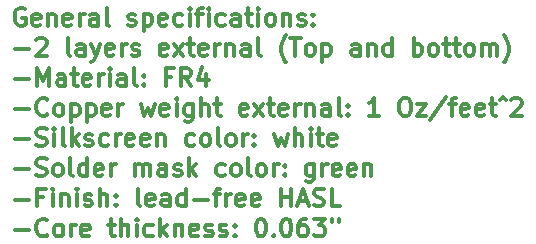
<source format=gbr>
G04 #@! TF.GenerationSoftware,KiCad,Pcbnew,no-vcs-found-895c0bb~58~ubuntu16.04.1*
G04 #@! TF.CreationDate,2017-07-19T10:40:22-04:00*
G04 #@! TF.ProjectId,Noeud,4E6F6575642E6B696361645F70636200,rev?*
G04 #@! TF.SameCoordinates,Original
G04 #@! TF.FileFunction,Other,Comment*
%FSLAX46Y46*%
G04 Gerber Fmt 4.6, Leading zero omitted, Abs format (unit mm)*
G04 Created by KiCad (PCBNEW no-vcs-found-895c0bb~58~ubuntu16.04.1) date Wed Jul 19 10:40:22 2017*
%MOMM*%
%LPD*%
G01*
G04 APERTURE LIST*
%ADD10C,0.300000*%
G04 APERTURE END LIST*
D10*
X198060857Y-82908000D02*
X197918000Y-82836571D01*
X197703714Y-82836571D01*
X197489428Y-82908000D01*
X197346571Y-83050857D01*
X197275142Y-83193714D01*
X197203714Y-83479428D01*
X197203714Y-83693714D01*
X197275142Y-83979428D01*
X197346571Y-84122285D01*
X197489428Y-84265142D01*
X197703714Y-84336571D01*
X197846571Y-84336571D01*
X198060857Y-84265142D01*
X198132285Y-84193714D01*
X198132285Y-83693714D01*
X197846571Y-83693714D01*
X199346571Y-84265142D02*
X199203714Y-84336571D01*
X198918000Y-84336571D01*
X198775142Y-84265142D01*
X198703714Y-84122285D01*
X198703714Y-83550857D01*
X198775142Y-83408000D01*
X198918000Y-83336571D01*
X199203714Y-83336571D01*
X199346571Y-83408000D01*
X199418000Y-83550857D01*
X199418000Y-83693714D01*
X198703714Y-83836571D01*
X200060857Y-83336571D02*
X200060857Y-84336571D01*
X200060857Y-83479428D02*
X200132285Y-83408000D01*
X200275142Y-83336571D01*
X200489428Y-83336571D01*
X200632285Y-83408000D01*
X200703714Y-83550857D01*
X200703714Y-84336571D01*
X201989428Y-84265142D02*
X201846571Y-84336571D01*
X201560857Y-84336571D01*
X201418000Y-84265142D01*
X201346571Y-84122285D01*
X201346571Y-83550857D01*
X201418000Y-83408000D01*
X201560857Y-83336571D01*
X201846571Y-83336571D01*
X201989428Y-83408000D01*
X202060857Y-83550857D01*
X202060857Y-83693714D01*
X201346571Y-83836571D01*
X202703714Y-84336571D02*
X202703714Y-83336571D01*
X202703714Y-83622285D02*
X202775142Y-83479428D01*
X202846571Y-83408000D01*
X202989428Y-83336571D01*
X203132285Y-83336571D01*
X204275142Y-84336571D02*
X204275142Y-83550857D01*
X204203714Y-83408000D01*
X204060857Y-83336571D01*
X203775142Y-83336571D01*
X203632285Y-83408000D01*
X204275142Y-84265142D02*
X204132285Y-84336571D01*
X203775142Y-84336571D01*
X203632285Y-84265142D01*
X203560857Y-84122285D01*
X203560857Y-83979428D01*
X203632285Y-83836571D01*
X203775142Y-83765142D01*
X204132285Y-83765142D01*
X204275142Y-83693714D01*
X205203714Y-84336571D02*
X205060857Y-84265142D01*
X204989428Y-84122285D01*
X204989428Y-82836571D01*
X206846571Y-84265142D02*
X206989428Y-84336571D01*
X207275142Y-84336571D01*
X207418000Y-84265142D01*
X207489428Y-84122285D01*
X207489428Y-84050857D01*
X207418000Y-83908000D01*
X207275142Y-83836571D01*
X207060857Y-83836571D01*
X206918000Y-83765142D01*
X206846571Y-83622285D01*
X206846571Y-83550857D01*
X206918000Y-83408000D01*
X207060857Y-83336571D01*
X207275142Y-83336571D01*
X207418000Y-83408000D01*
X208132285Y-83336571D02*
X208132285Y-84836571D01*
X208132285Y-83408000D02*
X208275142Y-83336571D01*
X208560857Y-83336571D01*
X208703714Y-83408000D01*
X208775142Y-83479428D01*
X208846571Y-83622285D01*
X208846571Y-84050857D01*
X208775142Y-84193714D01*
X208703714Y-84265142D01*
X208560857Y-84336571D01*
X208275142Y-84336571D01*
X208132285Y-84265142D01*
X210060857Y-84265142D02*
X209918000Y-84336571D01*
X209632285Y-84336571D01*
X209489428Y-84265142D01*
X209418000Y-84122285D01*
X209418000Y-83550857D01*
X209489428Y-83408000D01*
X209632285Y-83336571D01*
X209918000Y-83336571D01*
X210060857Y-83408000D01*
X210132285Y-83550857D01*
X210132285Y-83693714D01*
X209418000Y-83836571D01*
X211418000Y-84265142D02*
X211275142Y-84336571D01*
X210989428Y-84336571D01*
X210846571Y-84265142D01*
X210775142Y-84193714D01*
X210703714Y-84050857D01*
X210703714Y-83622285D01*
X210775142Y-83479428D01*
X210846571Y-83408000D01*
X210989428Y-83336571D01*
X211275142Y-83336571D01*
X211418000Y-83408000D01*
X212060857Y-84336571D02*
X212060857Y-83336571D01*
X212060857Y-82836571D02*
X211989428Y-82908000D01*
X212060857Y-82979428D01*
X212132285Y-82908000D01*
X212060857Y-82836571D01*
X212060857Y-82979428D01*
X212560857Y-83336571D02*
X213132285Y-83336571D01*
X212775142Y-84336571D02*
X212775142Y-83050857D01*
X212846571Y-82908000D01*
X212989428Y-82836571D01*
X213132285Y-82836571D01*
X213632285Y-84336571D02*
X213632285Y-83336571D01*
X213632285Y-82836571D02*
X213560857Y-82908000D01*
X213632285Y-82979428D01*
X213703714Y-82908000D01*
X213632285Y-82836571D01*
X213632285Y-82979428D01*
X214989428Y-84265142D02*
X214846571Y-84336571D01*
X214560857Y-84336571D01*
X214418000Y-84265142D01*
X214346571Y-84193714D01*
X214275142Y-84050857D01*
X214275142Y-83622285D01*
X214346571Y-83479428D01*
X214418000Y-83408000D01*
X214560857Y-83336571D01*
X214846571Y-83336571D01*
X214989428Y-83408000D01*
X216275142Y-84336571D02*
X216275142Y-83550857D01*
X216203714Y-83408000D01*
X216060857Y-83336571D01*
X215775142Y-83336571D01*
X215632285Y-83408000D01*
X216275142Y-84265142D02*
X216132285Y-84336571D01*
X215775142Y-84336571D01*
X215632285Y-84265142D01*
X215560857Y-84122285D01*
X215560857Y-83979428D01*
X215632285Y-83836571D01*
X215775142Y-83765142D01*
X216132285Y-83765142D01*
X216275142Y-83693714D01*
X216775142Y-83336571D02*
X217346571Y-83336571D01*
X216989428Y-82836571D02*
X216989428Y-84122285D01*
X217060857Y-84265142D01*
X217203714Y-84336571D01*
X217346571Y-84336571D01*
X217846571Y-84336571D02*
X217846571Y-83336571D01*
X217846571Y-82836571D02*
X217775142Y-82908000D01*
X217846571Y-82979428D01*
X217918000Y-82908000D01*
X217846571Y-82836571D01*
X217846571Y-82979428D01*
X218775142Y-84336571D02*
X218632285Y-84265142D01*
X218560857Y-84193714D01*
X218489428Y-84050857D01*
X218489428Y-83622285D01*
X218560857Y-83479428D01*
X218632285Y-83408000D01*
X218775142Y-83336571D01*
X218989428Y-83336571D01*
X219132285Y-83408000D01*
X219203714Y-83479428D01*
X219275142Y-83622285D01*
X219275142Y-84050857D01*
X219203714Y-84193714D01*
X219132285Y-84265142D01*
X218989428Y-84336571D01*
X218775142Y-84336571D01*
X219918000Y-83336571D02*
X219918000Y-84336571D01*
X219918000Y-83479428D02*
X219989428Y-83408000D01*
X220132285Y-83336571D01*
X220346571Y-83336571D01*
X220489428Y-83408000D01*
X220560857Y-83550857D01*
X220560857Y-84336571D01*
X221203714Y-84265142D02*
X221346571Y-84336571D01*
X221632285Y-84336571D01*
X221775142Y-84265142D01*
X221846571Y-84122285D01*
X221846571Y-84050857D01*
X221775142Y-83908000D01*
X221632285Y-83836571D01*
X221418000Y-83836571D01*
X221275142Y-83765142D01*
X221203714Y-83622285D01*
X221203714Y-83550857D01*
X221275142Y-83408000D01*
X221418000Y-83336571D01*
X221632285Y-83336571D01*
X221775142Y-83408000D01*
X222489428Y-84193714D02*
X222560857Y-84265142D01*
X222489428Y-84336571D01*
X222418000Y-84265142D01*
X222489428Y-84193714D01*
X222489428Y-84336571D01*
X222489428Y-83408000D02*
X222560857Y-83479428D01*
X222489428Y-83550857D01*
X222418000Y-83479428D01*
X222489428Y-83408000D01*
X222489428Y-83550857D01*
X197275142Y-86315142D02*
X198418000Y-86315142D01*
X199060857Y-85529428D02*
X199132285Y-85458000D01*
X199275142Y-85386571D01*
X199632285Y-85386571D01*
X199775142Y-85458000D01*
X199846571Y-85529428D01*
X199918000Y-85672285D01*
X199918000Y-85815142D01*
X199846571Y-86029428D01*
X198989428Y-86886571D01*
X199918000Y-86886571D01*
X201918000Y-86886571D02*
X201775142Y-86815142D01*
X201703714Y-86672285D01*
X201703714Y-85386571D01*
X203132285Y-86886571D02*
X203132285Y-86100857D01*
X203060857Y-85958000D01*
X202918000Y-85886571D01*
X202632285Y-85886571D01*
X202489428Y-85958000D01*
X203132285Y-86815142D02*
X202989428Y-86886571D01*
X202632285Y-86886571D01*
X202489428Y-86815142D01*
X202418000Y-86672285D01*
X202418000Y-86529428D01*
X202489428Y-86386571D01*
X202632285Y-86315142D01*
X202989428Y-86315142D01*
X203132285Y-86243714D01*
X203703714Y-85886571D02*
X204060857Y-86886571D01*
X204418000Y-85886571D02*
X204060857Y-86886571D01*
X203918000Y-87243714D01*
X203846571Y-87315142D01*
X203703714Y-87386571D01*
X205560857Y-86815142D02*
X205418000Y-86886571D01*
X205132285Y-86886571D01*
X204989428Y-86815142D01*
X204918000Y-86672285D01*
X204918000Y-86100857D01*
X204989428Y-85958000D01*
X205132285Y-85886571D01*
X205418000Y-85886571D01*
X205560857Y-85958000D01*
X205632285Y-86100857D01*
X205632285Y-86243714D01*
X204918000Y-86386571D01*
X206275142Y-86886571D02*
X206275142Y-85886571D01*
X206275142Y-86172285D02*
X206346571Y-86029428D01*
X206418000Y-85958000D01*
X206560857Y-85886571D01*
X206703714Y-85886571D01*
X207132285Y-86815142D02*
X207275142Y-86886571D01*
X207560857Y-86886571D01*
X207703714Y-86815142D01*
X207775142Y-86672285D01*
X207775142Y-86600857D01*
X207703714Y-86458000D01*
X207560857Y-86386571D01*
X207346571Y-86386571D01*
X207203714Y-86315142D01*
X207132285Y-86172285D01*
X207132285Y-86100857D01*
X207203714Y-85958000D01*
X207346571Y-85886571D01*
X207560857Y-85886571D01*
X207703714Y-85958000D01*
X210132285Y-86815142D02*
X209989428Y-86886571D01*
X209703714Y-86886571D01*
X209560857Y-86815142D01*
X209489428Y-86672285D01*
X209489428Y-86100857D01*
X209560857Y-85958000D01*
X209703714Y-85886571D01*
X209989428Y-85886571D01*
X210132285Y-85958000D01*
X210203714Y-86100857D01*
X210203714Y-86243714D01*
X209489428Y-86386571D01*
X210703714Y-86886571D02*
X211489428Y-85886571D01*
X210703714Y-85886571D02*
X211489428Y-86886571D01*
X211846571Y-85886571D02*
X212418000Y-85886571D01*
X212060857Y-85386571D02*
X212060857Y-86672285D01*
X212132285Y-86815142D01*
X212275142Y-86886571D01*
X212418000Y-86886571D01*
X213489428Y-86815142D02*
X213346571Y-86886571D01*
X213060857Y-86886571D01*
X212918000Y-86815142D01*
X212846571Y-86672285D01*
X212846571Y-86100857D01*
X212918000Y-85958000D01*
X213060857Y-85886571D01*
X213346571Y-85886571D01*
X213489428Y-85958000D01*
X213560857Y-86100857D01*
X213560857Y-86243714D01*
X212846571Y-86386571D01*
X214203714Y-86886571D02*
X214203714Y-85886571D01*
X214203714Y-86172285D02*
X214275142Y-86029428D01*
X214346571Y-85958000D01*
X214489428Y-85886571D01*
X214632285Y-85886571D01*
X215132285Y-85886571D02*
X215132285Y-86886571D01*
X215132285Y-86029428D02*
X215203714Y-85958000D01*
X215346571Y-85886571D01*
X215560857Y-85886571D01*
X215703714Y-85958000D01*
X215775142Y-86100857D01*
X215775142Y-86886571D01*
X217132285Y-86886571D02*
X217132285Y-86100857D01*
X217060857Y-85958000D01*
X216918000Y-85886571D01*
X216632285Y-85886571D01*
X216489428Y-85958000D01*
X217132285Y-86815142D02*
X216989428Y-86886571D01*
X216632285Y-86886571D01*
X216489428Y-86815142D01*
X216418000Y-86672285D01*
X216418000Y-86529428D01*
X216489428Y-86386571D01*
X216632285Y-86315142D01*
X216989428Y-86315142D01*
X217132285Y-86243714D01*
X218060857Y-86886571D02*
X217918000Y-86815142D01*
X217846571Y-86672285D01*
X217846571Y-85386571D01*
X220203714Y-87458000D02*
X220132285Y-87386571D01*
X219989428Y-87172285D01*
X219918000Y-87029428D01*
X219846571Y-86815142D01*
X219775142Y-86458000D01*
X219775142Y-86172285D01*
X219846571Y-85815142D01*
X219918000Y-85600857D01*
X219989428Y-85458000D01*
X220132285Y-85243714D01*
X220203714Y-85172285D01*
X220560857Y-85386571D02*
X221418000Y-85386571D01*
X220989428Y-86886571D02*
X220989428Y-85386571D01*
X222132285Y-86886571D02*
X221989428Y-86815142D01*
X221918000Y-86743714D01*
X221846571Y-86600857D01*
X221846571Y-86172285D01*
X221918000Y-86029428D01*
X221989428Y-85958000D01*
X222132285Y-85886571D01*
X222346571Y-85886571D01*
X222489428Y-85958000D01*
X222560857Y-86029428D01*
X222632285Y-86172285D01*
X222632285Y-86600857D01*
X222560857Y-86743714D01*
X222489428Y-86815142D01*
X222346571Y-86886571D01*
X222132285Y-86886571D01*
X223275142Y-85886571D02*
X223275142Y-87386571D01*
X223275142Y-85958000D02*
X223418000Y-85886571D01*
X223703714Y-85886571D01*
X223846571Y-85958000D01*
X223918000Y-86029428D01*
X223989428Y-86172285D01*
X223989428Y-86600857D01*
X223918000Y-86743714D01*
X223846571Y-86815142D01*
X223703714Y-86886571D01*
X223418000Y-86886571D01*
X223275142Y-86815142D01*
X226418000Y-86886571D02*
X226418000Y-86100857D01*
X226346571Y-85958000D01*
X226203714Y-85886571D01*
X225918000Y-85886571D01*
X225775142Y-85958000D01*
X226418000Y-86815142D02*
X226275142Y-86886571D01*
X225918000Y-86886571D01*
X225775142Y-86815142D01*
X225703714Y-86672285D01*
X225703714Y-86529428D01*
X225775142Y-86386571D01*
X225918000Y-86315142D01*
X226275142Y-86315142D01*
X226418000Y-86243714D01*
X227132285Y-85886571D02*
X227132285Y-86886571D01*
X227132285Y-86029428D02*
X227203714Y-85958000D01*
X227346571Y-85886571D01*
X227560857Y-85886571D01*
X227703714Y-85958000D01*
X227775142Y-86100857D01*
X227775142Y-86886571D01*
X229132285Y-86886571D02*
X229132285Y-85386571D01*
X229132285Y-86815142D02*
X228989428Y-86886571D01*
X228703714Y-86886571D01*
X228560857Y-86815142D01*
X228489428Y-86743714D01*
X228418000Y-86600857D01*
X228418000Y-86172285D01*
X228489428Y-86029428D01*
X228560857Y-85958000D01*
X228703714Y-85886571D01*
X228989428Y-85886571D01*
X229132285Y-85958000D01*
X230989428Y-86886571D02*
X230989428Y-85386571D01*
X230989428Y-85958000D02*
X231132285Y-85886571D01*
X231418000Y-85886571D01*
X231560857Y-85958000D01*
X231632285Y-86029428D01*
X231703714Y-86172285D01*
X231703714Y-86600857D01*
X231632285Y-86743714D01*
X231560857Y-86815142D01*
X231418000Y-86886571D01*
X231132285Y-86886571D01*
X230989428Y-86815142D01*
X232560857Y-86886571D02*
X232418000Y-86815142D01*
X232346571Y-86743714D01*
X232275142Y-86600857D01*
X232275142Y-86172285D01*
X232346571Y-86029428D01*
X232418000Y-85958000D01*
X232560857Y-85886571D01*
X232775142Y-85886571D01*
X232918000Y-85958000D01*
X232989428Y-86029428D01*
X233060857Y-86172285D01*
X233060857Y-86600857D01*
X232989428Y-86743714D01*
X232918000Y-86815142D01*
X232775142Y-86886571D01*
X232560857Y-86886571D01*
X233489428Y-85886571D02*
X234060857Y-85886571D01*
X233703714Y-85386571D02*
X233703714Y-86672285D01*
X233775142Y-86815142D01*
X233918000Y-86886571D01*
X234060857Y-86886571D01*
X234346571Y-85886571D02*
X234918000Y-85886571D01*
X234560857Y-85386571D02*
X234560857Y-86672285D01*
X234632285Y-86815142D01*
X234775142Y-86886571D01*
X234918000Y-86886571D01*
X235632285Y-86886571D02*
X235489428Y-86815142D01*
X235418000Y-86743714D01*
X235346571Y-86600857D01*
X235346571Y-86172285D01*
X235418000Y-86029428D01*
X235489428Y-85958000D01*
X235632285Y-85886571D01*
X235846571Y-85886571D01*
X235989428Y-85958000D01*
X236060857Y-86029428D01*
X236132285Y-86172285D01*
X236132285Y-86600857D01*
X236060857Y-86743714D01*
X235989428Y-86815142D01*
X235846571Y-86886571D01*
X235632285Y-86886571D01*
X236775142Y-86886571D02*
X236775142Y-85886571D01*
X236775142Y-86029428D02*
X236846571Y-85958000D01*
X236989428Y-85886571D01*
X237203714Y-85886571D01*
X237346571Y-85958000D01*
X237418000Y-86100857D01*
X237418000Y-86886571D01*
X237418000Y-86100857D02*
X237489428Y-85958000D01*
X237632285Y-85886571D01*
X237846571Y-85886571D01*
X237989428Y-85958000D01*
X238060857Y-86100857D01*
X238060857Y-86886571D01*
X238632285Y-87458000D02*
X238703714Y-87386571D01*
X238846571Y-87172285D01*
X238918000Y-87029428D01*
X238989428Y-86815142D01*
X239060857Y-86458000D01*
X239060857Y-86172285D01*
X238989428Y-85815142D01*
X238918000Y-85600857D01*
X238846571Y-85458000D01*
X238703714Y-85243714D01*
X238632285Y-85172285D01*
X197275142Y-88865142D02*
X198418000Y-88865142D01*
X199132285Y-89436571D02*
X199132285Y-87936571D01*
X199632285Y-89008000D01*
X200132285Y-87936571D01*
X200132285Y-89436571D01*
X201489428Y-89436571D02*
X201489428Y-88650857D01*
X201418000Y-88508000D01*
X201275142Y-88436571D01*
X200989428Y-88436571D01*
X200846571Y-88508000D01*
X201489428Y-89365142D02*
X201346571Y-89436571D01*
X200989428Y-89436571D01*
X200846571Y-89365142D01*
X200775142Y-89222285D01*
X200775142Y-89079428D01*
X200846571Y-88936571D01*
X200989428Y-88865142D01*
X201346571Y-88865142D01*
X201489428Y-88793714D01*
X201989428Y-88436571D02*
X202560857Y-88436571D01*
X202203714Y-87936571D02*
X202203714Y-89222285D01*
X202275142Y-89365142D01*
X202418000Y-89436571D01*
X202560857Y-89436571D01*
X203632285Y-89365142D02*
X203489428Y-89436571D01*
X203203714Y-89436571D01*
X203060857Y-89365142D01*
X202989428Y-89222285D01*
X202989428Y-88650857D01*
X203060857Y-88508000D01*
X203203714Y-88436571D01*
X203489428Y-88436571D01*
X203632285Y-88508000D01*
X203703714Y-88650857D01*
X203703714Y-88793714D01*
X202989428Y-88936571D01*
X204346571Y-89436571D02*
X204346571Y-88436571D01*
X204346571Y-88722285D02*
X204418000Y-88579428D01*
X204489428Y-88508000D01*
X204632285Y-88436571D01*
X204775142Y-88436571D01*
X205275142Y-89436571D02*
X205275142Y-88436571D01*
X205275142Y-87936571D02*
X205203714Y-88008000D01*
X205275142Y-88079428D01*
X205346571Y-88008000D01*
X205275142Y-87936571D01*
X205275142Y-88079428D01*
X206632285Y-89436571D02*
X206632285Y-88650857D01*
X206560857Y-88508000D01*
X206418000Y-88436571D01*
X206132285Y-88436571D01*
X205989428Y-88508000D01*
X206632285Y-89365142D02*
X206489428Y-89436571D01*
X206132285Y-89436571D01*
X205989428Y-89365142D01*
X205918000Y-89222285D01*
X205918000Y-89079428D01*
X205989428Y-88936571D01*
X206132285Y-88865142D01*
X206489428Y-88865142D01*
X206632285Y-88793714D01*
X207560857Y-89436571D02*
X207418000Y-89365142D01*
X207346571Y-89222285D01*
X207346571Y-87936571D01*
X208132285Y-89293714D02*
X208203714Y-89365142D01*
X208132285Y-89436571D01*
X208060857Y-89365142D01*
X208132285Y-89293714D01*
X208132285Y-89436571D01*
X208132285Y-88508000D02*
X208203714Y-88579428D01*
X208132285Y-88650857D01*
X208060857Y-88579428D01*
X208132285Y-88508000D01*
X208132285Y-88650857D01*
X210489428Y-88650857D02*
X209989428Y-88650857D01*
X209989428Y-89436571D02*
X209989428Y-87936571D01*
X210703714Y-87936571D01*
X212132285Y-89436571D02*
X211632285Y-88722285D01*
X211275142Y-89436571D02*
X211275142Y-87936571D01*
X211846571Y-87936571D01*
X211989428Y-88008000D01*
X212060857Y-88079428D01*
X212132285Y-88222285D01*
X212132285Y-88436571D01*
X212060857Y-88579428D01*
X211989428Y-88650857D01*
X211846571Y-88722285D01*
X211275142Y-88722285D01*
X213418000Y-88436571D02*
X213418000Y-89436571D01*
X213060857Y-87865142D02*
X212703714Y-88936571D01*
X213632285Y-88936571D01*
X197275142Y-91415142D02*
X198418000Y-91415142D01*
X199989428Y-91843714D02*
X199918000Y-91915142D01*
X199703714Y-91986571D01*
X199560857Y-91986571D01*
X199346571Y-91915142D01*
X199203714Y-91772285D01*
X199132285Y-91629428D01*
X199060857Y-91343714D01*
X199060857Y-91129428D01*
X199132285Y-90843714D01*
X199203714Y-90700857D01*
X199346571Y-90558000D01*
X199560857Y-90486571D01*
X199703714Y-90486571D01*
X199918000Y-90558000D01*
X199989428Y-90629428D01*
X200846571Y-91986571D02*
X200703714Y-91915142D01*
X200632285Y-91843714D01*
X200560857Y-91700857D01*
X200560857Y-91272285D01*
X200632285Y-91129428D01*
X200703714Y-91058000D01*
X200846571Y-90986571D01*
X201060857Y-90986571D01*
X201203714Y-91058000D01*
X201275142Y-91129428D01*
X201346571Y-91272285D01*
X201346571Y-91700857D01*
X201275142Y-91843714D01*
X201203714Y-91915142D01*
X201060857Y-91986571D01*
X200846571Y-91986571D01*
X201989428Y-90986571D02*
X201989428Y-92486571D01*
X201989428Y-91058000D02*
X202132285Y-90986571D01*
X202418000Y-90986571D01*
X202560857Y-91058000D01*
X202632285Y-91129428D01*
X202703714Y-91272285D01*
X202703714Y-91700857D01*
X202632285Y-91843714D01*
X202560857Y-91915142D01*
X202418000Y-91986571D01*
X202132285Y-91986571D01*
X201989428Y-91915142D01*
X203346571Y-90986571D02*
X203346571Y-92486571D01*
X203346571Y-91058000D02*
X203489428Y-90986571D01*
X203775142Y-90986571D01*
X203918000Y-91058000D01*
X203989428Y-91129428D01*
X204060857Y-91272285D01*
X204060857Y-91700857D01*
X203989428Y-91843714D01*
X203918000Y-91915142D01*
X203775142Y-91986571D01*
X203489428Y-91986571D01*
X203346571Y-91915142D01*
X205275142Y-91915142D02*
X205132285Y-91986571D01*
X204846571Y-91986571D01*
X204703714Y-91915142D01*
X204632285Y-91772285D01*
X204632285Y-91200857D01*
X204703714Y-91058000D01*
X204846571Y-90986571D01*
X205132285Y-90986571D01*
X205275142Y-91058000D01*
X205346571Y-91200857D01*
X205346571Y-91343714D01*
X204632285Y-91486571D01*
X205989428Y-91986571D02*
X205989428Y-90986571D01*
X205989428Y-91272285D02*
X206060857Y-91129428D01*
X206132285Y-91058000D01*
X206275142Y-90986571D01*
X206418000Y-90986571D01*
X207918000Y-90986571D02*
X208203714Y-91986571D01*
X208489428Y-91272285D01*
X208775142Y-91986571D01*
X209060857Y-90986571D01*
X210203714Y-91915142D02*
X210060857Y-91986571D01*
X209775142Y-91986571D01*
X209632285Y-91915142D01*
X209560857Y-91772285D01*
X209560857Y-91200857D01*
X209632285Y-91058000D01*
X209775142Y-90986571D01*
X210060857Y-90986571D01*
X210203714Y-91058000D01*
X210275142Y-91200857D01*
X210275142Y-91343714D01*
X209560857Y-91486571D01*
X210918000Y-91986571D02*
X210918000Y-90986571D01*
X210918000Y-90486571D02*
X210846571Y-90558000D01*
X210918000Y-90629428D01*
X210989428Y-90558000D01*
X210918000Y-90486571D01*
X210918000Y-90629428D01*
X212275142Y-90986571D02*
X212275142Y-92200857D01*
X212203714Y-92343714D01*
X212132285Y-92415142D01*
X211989428Y-92486571D01*
X211775142Y-92486571D01*
X211632285Y-92415142D01*
X212275142Y-91915142D02*
X212132285Y-91986571D01*
X211846571Y-91986571D01*
X211703714Y-91915142D01*
X211632285Y-91843714D01*
X211560857Y-91700857D01*
X211560857Y-91272285D01*
X211632285Y-91129428D01*
X211703714Y-91058000D01*
X211846571Y-90986571D01*
X212132285Y-90986571D01*
X212275142Y-91058000D01*
X212989428Y-91986571D02*
X212989428Y-90486571D01*
X213632285Y-91986571D02*
X213632285Y-91200857D01*
X213560857Y-91058000D01*
X213418000Y-90986571D01*
X213203714Y-90986571D01*
X213060857Y-91058000D01*
X212989428Y-91129428D01*
X214132285Y-90986571D02*
X214703714Y-90986571D01*
X214346571Y-90486571D02*
X214346571Y-91772285D01*
X214418000Y-91915142D01*
X214560857Y-91986571D01*
X214703714Y-91986571D01*
X216918000Y-91915142D02*
X216775142Y-91986571D01*
X216489428Y-91986571D01*
X216346571Y-91915142D01*
X216275142Y-91772285D01*
X216275142Y-91200857D01*
X216346571Y-91058000D01*
X216489428Y-90986571D01*
X216775142Y-90986571D01*
X216918000Y-91058000D01*
X216989428Y-91200857D01*
X216989428Y-91343714D01*
X216275142Y-91486571D01*
X217489428Y-91986571D02*
X218275142Y-90986571D01*
X217489428Y-90986571D02*
X218275142Y-91986571D01*
X218632285Y-90986571D02*
X219203714Y-90986571D01*
X218846571Y-90486571D02*
X218846571Y-91772285D01*
X218918000Y-91915142D01*
X219060857Y-91986571D01*
X219203714Y-91986571D01*
X220275142Y-91915142D02*
X220132285Y-91986571D01*
X219846571Y-91986571D01*
X219703714Y-91915142D01*
X219632285Y-91772285D01*
X219632285Y-91200857D01*
X219703714Y-91058000D01*
X219846571Y-90986571D01*
X220132285Y-90986571D01*
X220275142Y-91058000D01*
X220346571Y-91200857D01*
X220346571Y-91343714D01*
X219632285Y-91486571D01*
X220989428Y-91986571D02*
X220989428Y-90986571D01*
X220989428Y-91272285D02*
X221060857Y-91129428D01*
X221132285Y-91058000D01*
X221275142Y-90986571D01*
X221418000Y-90986571D01*
X221918000Y-90986571D02*
X221918000Y-91986571D01*
X221918000Y-91129428D02*
X221989428Y-91058000D01*
X222132285Y-90986571D01*
X222346571Y-90986571D01*
X222489428Y-91058000D01*
X222560857Y-91200857D01*
X222560857Y-91986571D01*
X223918000Y-91986571D02*
X223918000Y-91200857D01*
X223846571Y-91058000D01*
X223703714Y-90986571D01*
X223418000Y-90986571D01*
X223275142Y-91058000D01*
X223918000Y-91915142D02*
X223775142Y-91986571D01*
X223418000Y-91986571D01*
X223275142Y-91915142D01*
X223203714Y-91772285D01*
X223203714Y-91629428D01*
X223275142Y-91486571D01*
X223418000Y-91415142D01*
X223775142Y-91415142D01*
X223918000Y-91343714D01*
X224846571Y-91986571D02*
X224703714Y-91915142D01*
X224632285Y-91772285D01*
X224632285Y-90486571D01*
X225418000Y-91843714D02*
X225489428Y-91915142D01*
X225418000Y-91986571D01*
X225346571Y-91915142D01*
X225418000Y-91843714D01*
X225418000Y-91986571D01*
X225418000Y-91058000D02*
X225489428Y-91129428D01*
X225418000Y-91200857D01*
X225346571Y-91129428D01*
X225418000Y-91058000D01*
X225418000Y-91200857D01*
X228060857Y-91986571D02*
X227203714Y-91986571D01*
X227632285Y-91986571D02*
X227632285Y-90486571D01*
X227489428Y-90700857D01*
X227346571Y-90843714D01*
X227203714Y-90915142D01*
X230132285Y-90486571D02*
X230418000Y-90486571D01*
X230560857Y-90558000D01*
X230703714Y-90700857D01*
X230775142Y-90986571D01*
X230775142Y-91486571D01*
X230703714Y-91772285D01*
X230560857Y-91915142D01*
X230418000Y-91986571D01*
X230132285Y-91986571D01*
X229989428Y-91915142D01*
X229846571Y-91772285D01*
X229775142Y-91486571D01*
X229775142Y-90986571D01*
X229846571Y-90700857D01*
X229989428Y-90558000D01*
X230132285Y-90486571D01*
X231275142Y-90986571D02*
X232060857Y-90986571D01*
X231275142Y-91986571D01*
X232060857Y-91986571D01*
X233703714Y-90415142D02*
X232418000Y-92343714D01*
X233989428Y-90986571D02*
X234560857Y-90986571D01*
X234203714Y-91986571D02*
X234203714Y-90700857D01*
X234275142Y-90558000D01*
X234418000Y-90486571D01*
X234560857Y-90486571D01*
X235632285Y-91915142D02*
X235489428Y-91986571D01*
X235203714Y-91986571D01*
X235060857Y-91915142D01*
X234989428Y-91772285D01*
X234989428Y-91200857D01*
X235060857Y-91058000D01*
X235203714Y-90986571D01*
X235489428Y-90986571D01*
X235632285Y-91058000D01*
X235703714Y-91200857D01*
X235703714Y-91343714D01*
X234989428Y-91486571D01*
X236918000Y-91915142D02*
X236775142Y-91986571D01*
X236489428Y-91986571D01*
X236346571Y-91915142D01*
X236275142Y-91772285D01*
X236275142Y-91200857D01*
X236346571Y-91058000D01*
X236489428Y-90986571D01*
X236775142Y-90986571D01*
X236918000Y-91058000D01*
X236989428Y-91200857D01*
X236989428Y-91343714D01*
X236275142Y-91486571D01*
X237418000Y-90986571D02*
X237989428Y-90986571D01*
X237632285Y-90486571D02*
X237632285Y-91772285D01*
X237703714Y-91915142D01*
X237846571Y-91986571D01*
X237989428Y-91986571D01*
X238275142Y-90629428D02*
X238560857Y-90415142D01*
X238846571Y-90629428D01*
X239275142Y-90629428D02*
X239346571Y-90558000D01*
X239489428Y-90486571D01*
X239846571Y-90486571D01*
X239989428Y-90558000D01*
X240060857Y-90629428D01*
X240132285Y-90772285D01*
X240132285Y-90915142D01*
X240060857Y-91129428D01*
X239203714Y-91986571D01*
X240132285Y-91986571D01*
X197275142Y-93965142D02*
X198418000Y-93965142D01*
X199060857Y-94465142D02*
X199275142Y-94536571D01*
X199632285Y-94536571D01*
X199775142Y-94465142D01*
X199846571Y-94393714D01*
X199918000Y-94250857D01*
X199918000Y-94108000D01*
X199846571Y-93965142D01*
X199775142Y-93893714D01*
X199632285Y-93822285D01*
X199346571Y-93750857D01*
X199203714Y-93679428D01*
X199132285Y-93608000D01*
X199060857Y-93465142D01*
X199060857Y-93322285D01*
X199132285Y-93179428D01*
X199203714Y-93108000D01*
X199346571Y-93036571D01*
X199703714Y-93036571D01*
X199918000Y-93108000D01*
X200560857Y-94536571D02*
X200560857Y-93536571D01*
X200560857Y-93036571D02*
X200489428Y-93108000D01*
X200560857Y-93179428D01*
X200632285Y-93108000D01*
X200560857Y-93036571D01*
X200560857Y-93179428D01*
X201489428Y-94536571D02*
X201346571Y-94465142D01*
X201275142Y-94322285D01*
X201275142Y-93036571D01*
X202060857Y-94536571D02*
X202060857Y-93036571D01*
X202203714Y-93965142D02*
X202632285Y-94536571D01*
X202632285Y-93536571D02*
X202060857Y-94108000D01*
X203203714Y-94465142D02*
X203346571Y-94536571D01*
X203632285Y-94536571D01*
X203775142Y-94465142D01*
X203846571Y-94322285D01*
X203846571Y-94250857D01*
X203775142Y-94108000D01*
X203632285Y-94036571D01*
X203418000Y-94036571D01*
X203275142Y-93965142D01*
X203203714Y-93822285D01*
X203203714Y-93750857D01*
X203275142Y-93608000D01*
X203418000Y-93536571D01*
X203632285Y-93536571D01*
X203775142Y-93608000D01*
X205132285Y-94465142D02*
X204989428Y-94536571D01*
X204703714Y-94536571D01*
X204560857Y-94465142D01*
X204489428Y-94393714D01*
X204418000Y-94250857D01*
X204418000Y-93822285D01*
X204489428Y-93679428D01*
X204560857Y-93608000D01*
X204703714Y-93536571D01*
X204989428Y-93536571D01*
X205132285Y-93608000D01*
X205775142Y-94536571D02*
X205775142Y-93536571D01*
X205775142Y-93822285D02*
X205846571Y-93679428D01*
X205918000Y-93608000D01*
X206060857Y-93536571D01*
X206203714Y-93536571D01*
X207275142Y-94465142D02*
X207132285Y-94536571D01*
X206846571Y-94536571D01*
X206703714Y-94465142D01*
X206632285Y-94322285D01*
X206632285Y-93750857D01*
X206703714Y-93608000D01*
X206846571Y-93536571D01*
X207132285Y-93536571D01*
X207275142Y-93608000D01*
X207346571Y-93750857D01*
X207346571Y-93893714D01*
X206632285Y-94036571D01*
X208560857Y-94465142D02*
X208418000Y-94536571D01*
X208132285Y-94536571D01*
X207989428Y-94465142D01*
X207918000Y-94322285D01*
X207918000Y-93750857D01*
X207989428Y-93608000D01*
X208132285Y-93536571D01*
X208418000Y-93536571D01*
X208560857Y-93608000D01*
X208632285Y-93750857D01*
X208632285Y-93893714D01*
X207918000Y-94036571D01*
X209275142Y-93536571D02*
X209275142Y-94536571D01*
X209275142Y-93679428D02*
X209346571Y-93608000D01*
X209489428Y-93536571D01*
X209703714Y-93536571D01*
X209846571Y-93608000D01*
X209918000Y-93750857D01*
X209918000Y-94536571D01*
X212418000Y-94465142D02*
X212275142Y-94536571D01*
X211989428Y-94536571D01*
X211846571Y-94465142D01*
X211775142Y-94393714D01*
X211703714Y-94250857D01*
X211703714Y-93822285D01*
X211775142Y-93679428D01*
X211846571Y-93608000D01*
X211989428Y-93536571D01*
X212275142Y-93536571D01*
X212418000Y-93608000D01*
X213275142Y-94536571D02*
X213132285Y-94465142D01*
X213060857Y-94393714D01*
X212989428Y-94250857D01*
X212989428Y-93822285D01*
X213060857Y-93679428D01*
X213132285Y-93608000D01*
X213275142Y-93536571D01*
X213489428Y-93536571D01*
X213632285Y-93608000D01*
X213703714Y-93679428D01*
X213775142Y-93822285D01*
X213775142Y-94250857D01*
X213703714Y-94393714D01*
X213632285Y-94465142D01*
X213489428Y-94536571D01*
X213275142Y-94536571D01*
X214632285Y-94536571D02*
X214489428Y-94465142D01*
X214418000Y-94322285D01*
X214418000Y-93036571D01*
X215418000Y-94536571D02*
X215275142Y-94465142D01*
X215203714Y-94393714D01*
X215132285Y-94250857D01*
X215132285Y-93822285D01*
X215203714Y-93679428D01*
X215275142Y-93608000D01*
X215418000Y-93536571D01*
X215632285Y-93536571D01*
X215775142Y-93608000D01*
X215846571Y-93679428D01*
X215918000Y-93822285D01*
X215918000Y-94250857D01*
X215846571Y-94393714D01*
X215775142Y-94465142D01*
X215632285Y-94536571D01*
X215418000Y-94536571D01*
X216560857Y-94536571D02*
X216560857Y-93536571D01*
X216560857Y-93822285D02*
X216632285Y-93679428D01*
X216703714Y-93608000D01*
X216846571Y-93536571D01*
X216989428Y-93536571D01*
X217489428Y-94393714D02*
X217560857Y-94465142D01*
X217489428Y-94536571D01*
X217418000Y-94465142D01*
X217489428Y-94393714D01*
X217489428Y-94536571D01*
X217489428Y-93608000D02*
X217560857Y-93679428D01*
X217489428Y-93750857D01*
X217418000Y-93679428D01*
X217489428Y-93608000D01*
X217489428Y-93750857D01*
X219203714Y-93536571D02*
X219489428Y-94536571D01*
X219775142Y-93822285D01*
X220060857Y-94536571D01*
X220346571Y-93536571D01*
X220918000Y-94536571D02*
X220918000Y-93036571D01*
X221560857Y-94536571D02*
X221560857Y-93750857D01*
X221489428Y-93608000D01*
X221346571Y-93536571D01*
X221132285Y-93536571D01*
X220989428Y-93608000D01*
X220918000Y-93679428D01*
X222275142Y-94536571D02*
X222275142Y-93536571D01*
X222275142Y-93036571D02*
X222203714Y-93108000D01*
X222275142Y-93179428D01*
X222346571Y-93108000D01*
X222275142Y-93036571D01*
X222275142Y-93179428D01*
X222775142Y-93536571D02*
X223346571Y-93536571D01*
X222989428Y-93036571D02*
X222989428Y-94322285D01*
X223060857Y-94465142D01*
X223203714Y-94536571D01*
X223346571Y-94536571D01*
X224418000Y-94465142D02*
X224275142Y-94536571D01*
X223989428Y-94536571D01*
X223846571Y-94465142D01*
X223775142Y-94322285D01*
X223775142Y-93750857D01*
X223846571Y-93608000D01*
X223989428Y-93536571D01*
X224275142Y-93536571D01*
X224418000Y-93608000D01*
X224489428Y-93750857D01*
X224489428Y-93893714D01*
X223775142Y-94036571D01*
X197275142Y-96515142D02*
X198418000Y-96515142D01*
X199060857Y-97015142D02*
X199275142Y-97086571D01*
X199632285Y-97086571D01*
X199775142Y-97015142D01*
X199846571Y-96943714D01*
X199918000Y-96800857D01*
X199918000Y-96658000D01*
X199846571Y-96515142D01*
X199775142Y-96443714D01*
X199632285Y-96372285D01*
X199346571Y-96300857D01*
X199203714Y-96229428D01*
X199132285Y-96158000D01*
X199060857Y-96015142D01*
X199060857Y-95872285D01*
X199132285Y-95729428D01*
X199203714Y-95658000D01*
X199346571Y-95586571D01*
X199703714Y-95586571D01*
X199918000Y-95658000D01*
X200775142Y-97086571D02*
X200632285Y-97015142D01*
X200560857Y-96943714D01*
X200489428Y-96800857D01*
X200489428Y-96372285D01*
X200560857Y-96229428D01*
X200632285Y-96158000D01*
X200775142Y-96086571D01*
X200989428Y-96086571D01*
X201132285Y-96158000D01*
X201203714Y-96229428D01*
X201275142Y-96372285D01*
X201275142Y-96800857D01*
X201203714Y-96943714D01*
X201132285Y-97015142D01*
X200989428Y-97086571D01*
X200775142Y-97086571D01*
X202132285Y-97086571D02*
X201989428Y-97015142D01*
X201918000Y-96872285D01*
X201918000Y-95586571D01*
X203346571Y-97086571D02*
X203346571Y-95586571D01*
X203346571Y-97015142D02*
X203203714Y-97086571D01*
X202918000Y-97086571D01*
X202775142Y-97015142D01*
X202703714Y-96943714D01*
X202632285Y-96800857D01*
X202632285Y-96372285D01*
X202703714Y-96229428D01*
X202775142Y-96158000D01*
X202918000Y-96086571D01*
X203203714Y-96086571D01*
X203346571Y-96158000D01*
X204632285Y-97015142D02*
X204489428Y-97086571D01*
X204203714Y-97086571D01*
X204060857Y-97015142D01*
X203989428Y-96872285D01*
X203989428Y-96300857D01*
X204060857Y-96158000D01*
X204203714Y-96086571D01*
X204489428Y-96086571D01*
X204632285Y-96158000D01*
X204703714Y-96300857D01*
X204703714Y-96443714D01*
X203989428Y-96586571D01*
X205346571Y-97086571D02*
X205346571Y-96086571D01*
X205346571Y-96372285D02*
X205418000Y-96229428D01*
X205489428Y-96158000D01*
X205632285Y-96086571D01*
X205775142Y-96086571D01*
X207418000Y-97086571D02*
X207418000Y-96086571D01*
X207418000Y-96229428D02*
X207489428Y-96158000D01*
X207632285Y-96086571D01*
X207846571Y-96086571D01*
X207989428Y-96158000D01*
X208060857Y-96300857D01*
X208060857Y-97086571D01*
X208060857Y-96300857D02*
X208132285Y-96158000D01*
X208275142Y-96086571D01*
X208489428Y-96086571D01*
X208632285Y-96158000D01*
X208703714Y-96300857D01*
X208703714Y-97086571D01*
X210060857Y-97086571D02*
X210060857Y-96300857D01*
X209989428Y-96158000D01*
X209846571Y-96086571D01*
X209560857Y-96086571D01*
X209418000Y-96158000D01*
X210060857Y-97015142D02*
X209918000Y-97086571D01*
X209560857Y-97086571D01*
X209418000Y-97015142D01*
X209346571Y-96872285D01*
X209346571Y-96729428D01*
X209418000Y-96586571D01*
X209560857Y-96515142D01*
X209918000Y-96515142D01*
X210060857Y-96443714D01*
X210703714Y-97015142D02*
X210846571Y-97086571D01*
X211132285Y-97086571D01*
X211275142Y-97015142D01*
X211346571Y-96872285D01*
X211346571Y-96800857D01*
X211275142Y-96658000D01*
X211132285Y-96586571D01*
X210918000Y-96586571D01*
X210775142Y-96515142D01*
X210703714Y-96372285D01*
X210703714Y-96300857D01*
X210775142Y-96158000D01*
X210918000Y-96086571D01*
X211132285Y-96086571D01*
X211275142Y-96158000D01*
X211989428Y-97086571D02*
X211989428Y-95586571D01*
X212132285Y-96515142D02*
X212560857Y-97086571D01*
X212560857Y-96086571D02*
X211989428Y-96658000D01*
X214989428Y-97015142D02*
X214846571Y-97086571D01*
X214560857Y-97086571D01*
X214418000Y-97015142D01*
X214346571Y-96943714D01*
X214275142Y-96800857D01*
X214275142Y-96372285D01*
X214346571Y-96229428D01*
X214418000Y-96158000D01*
X214560857Y-96086571D01*
X214846571Y-96086571D01*
X214989428Y-96158000D01*
X215846571Y-97086571D02*
X215703714Y-97015142D01*
X215632285Y-96943714D01*
X215560857Y-96800857D01*
X215560857Y-96372285D01*
X215632285Y-96229428D01*
X215703714Y-96158000D01*
X215846571Y-96086571D01*
X216060857Y-96086571D01*
X216203714Y-96158000D01*
X216275142Y-96229428D01*
X216346571Y-96372285D01*
X216346571Y-96800857D01*
X216275142Y-96943714D01*
X216203714Y-97015142D01*
X216060857Y-97086571D01*
X215846571Y-97086571D01*
X217203714Y-97086571D02*
X217060857Y-97015142D01*
X216989428Y-96872285D01*
X216989428Y-95586571D01*
X217989428Y-97086571D02*
X217846571Y-97015142D01*
X217775142Y-96943714D01*
X217703714Y-96800857D01*
X217703714Y-96372285D01*
X217775142Y-96229428D01*
X217846571Y-96158000D01*
X217989428Y-96086571D01*
X218203714Y-96086571D01*
X218346571Y-96158000D01*
X218418000Y-96229428D01*
X218489428Y-96372285D01*
X218489428Y-96800857D01*
X218418000Y-96943714D01*
X218346571Y-97015142D01*
X218203714Y-97086571D01*
X217989428Y-97086571D01*
X219132285Y-97086571D02*
X219132285Y-96086571D01*
X219132285Y-96372285D02*
X219203714Y-96229428D01*
X219275142Y-96158000D01*
X219418000Y-96086571D01*
X219560857Y-96086571D01*
X220060857Y-96943714D02*
X220132285Y-97015142D01*
X220060857Y-97086571D01*
X219989428Y-97015142D01*
X220060857Y-96943714D01*
X220060857Y-97086571D01*
X220060857Y-96158000D02*
X220132285Y-96229428D01*
X220060857Y-96300857D01*
X219989428Y-96229428D01*
X220060857Y-96158000D01*
X220060857Y-96300857D01*
X222560857Y-96086571D02*
X222560857Y-97300857D01*
X222489428Y-97443714D01*
X222418000Y-97515142D01*
X222275142Y-97586571D01*
X222060857Y-97586571D01*
X221918000Y-97515142D01*
X222560857Y-97015142D02*
X222418000Y-97086571D01*
X222132285Y-97086571D01*
X221989428Y-97015142D01*
X221918000Y-96943714D01*
X221846571Y-96800857D01*
X221846571Y-96372285D01*
X221918000Y-96229428D01*
X221989428Y-96158000D01*
X222132285Y-96086571D01*
X222418000Y-96086571D01*
X222560857Y-96158000D01*
X223275142Y-97086571D02*
X223275142Y-96086571D01*
X223275142Y-96372285D02*
X223346571Y-96229428D01*
X223418000Y-96158000D01*
X223560857Y-96086571D01*
X223703714Y-96086571D01*
X224775142Y-97015142D02*
X224632285Y-97086571D01*
X224346571Y-97086571D01*
X224203714Y-97015142D01*
X224132285Y-96872285D01*
X224132285Y-96300857D01*
X224203714Y-96158000D01*
X224346571Y-96086571D01*
X224632285Y-96086571D01*
X224775142Y-96158000D01*
X224846571Y-96300857D01*
X224846571Y-96443714D01*
X224132285Y-96586571D01*
X226060857Y-97015142D02*
X225918000Y-97086571D01*
X225632285Y-97086571D01*
X225489428Y-97015142D01*
X225418000Y-96872285D01*
X225418000Y-96300857D01*
X225489428Y-96158000D01*
X225632285Y-96086571D01*
X225918000Y-96086571D01*
X226060857Y-96158000D01*
X226132285Y-96300857D01*
X226132285Y-96443714D01*
X225418000Y-96586571D01*
X226775142Y-96086571D02*
X226775142Y-97086571D01*
X226775142Y-96229428D02*
X226846571Y-96158000D01*
X226989428Y-96086571D01*
X227203714Y-96086571D01*
X227346571Y-96158000D01*
X227418000Y-96300857D01*
X227418000Y-97086571D01*
X197275142Y-99065142D02*
X198418000Y-99065142D01*
X199632285Y-98850857D02*
X199132285Y-98850857D01*
X199132285Y-99636571D02*
X199132285Y-98136571D01*
X199846571Y-98136571D01*
X200418000Y-99636571D02*
X200418000Y-98636571D01*
X200418000Y-98136571D02*
X200346571Y-98208000D01*
X200418000Y-98279428D01*
X200489428Y-98208000D01*
X200418000Y-98136571D01*
X200418000Y-98279428D01*
X201132285Y-98636571D02*
X201132285Y-99636571D01*
X201132285Y-98779428D02*
X201203714Y-98708000D01*
X201346571Y-98636571D01*
X201560857Y-98636571D01*
X201703714Y-98708000D01*
X201775142Y-98850857D01*
X201775142Y-99636571D01*
X202489428Y-99636571D02*
X202489428Y-98636571D01*
X202489428Y-98136571D02*
X202418000Y-98208000D01*
X202489428Y-98279428D01*
X202560857Y-98208000D01*
X202489428Y-98136571D01*
X202489428Y-98279428D01*
X203132285Y-99565142D02*
X203275142Y-99636571D01*
X203560857Y-99636571D01*
X203703714Y-99565142D01*
X203775142Y-99422285D01*
X203775142Y-99350857D01*
X203703714Y-99208000D01*
X203560857Y-99136571D01*
X203346571Y-99136571D01*
X203203714Y-99065142D01*
X203132285Y-98922285D01*
X203132285Y-98850857D01*
X203203714Y-98708000D01*
X203346571Y-98636571D01*
X203560857Y-98636571D01*
X203703714Y-98708000D01*
X204418000Y-99636571D02*
X204418000Y-98136571D01*
X205060857Y-99636571D02*
X205060857Y-98850857D01*
X204989428Y-98708000D01*
X204846571Y-98636571D01*
X204632285Y-98636571D01*
X204489428Y-98708000D01*
X204418000Y-98779428D01*
X205775142Y-99493714D02*
X205846571Y-99565142D01*
X205775142Y-99636571D01*
X205703714Y-99565142D01*
X205775142Y-99493714D01*
X205775142Y-99636571D01*
X205775142Y-98708000D02*
X205846571Y-98779428D01*
X205775142Y-98850857D01*
X205703714Y-98779428D01*
X205775142Y-98708000D01*
X205775142Y-98850857D01*
X207846571Y-99636571D02*
X207703714Y-99565142D01*
X207632285Y-99422285D01*
X207632285Y-98136571D01*
X208989428Y-99565142D02*
X208846571Y-99636571D01*
X208560857Y-99636571D01*
X208418000Y-99565142D01*
X208346571Y-99422285D01*
X208346571Y-98850857D01*
X208418000Y-98708000D01*
X208560857Y-98636571D01*
X208846571Y-98636571D01*
X208989428Y-98708000D01*
X209060857Y-98850857D01*
X209060857Y-98993714D01*
X208346571Y-99136571D01*
X210346571Y-99636571D02*
X210346571Y-98850857D01*
X210275142Y-98708000D01*
X210132285Y-98636571D01*
X209846571Y-98636571D01*
X209703714Y-98708000D01*
X210346571Y-99565142D02*
X210203714Y-99636571D01*
X209846571Y-99636571D01*
X209703714Y-99565142D01*
X209632285Y-99422285D01*
X209632285Y-99279428D01*
X209703714Y-99136571D01*
X209846571Y-99065142D01*
X210203714Y-99065142D01*
X210346571Y-98993714D01*
X211703714Y-99636571D02*
X211703714Y-98136571D01*
X211703714Y-99565142D02*
X211560857Y-99636571D01*
X211275142Y-99636571D01*
X211132285Y-99565142D01*
X211060857Y-99493714D01*
X210989428Y-99350857D01*
X210989428Y-98922285D01*
X211060857Y-98779428D01*
X211132285Y-98708000D01*
X211275142Y-98636571D01*
X211560857Y-98636571D01*
X211703714Y-98708000D01*
X212418000Y-99065142D02*
X213560857Y-99065142D01*
X214060857Y-98636571D02*
X214632285Y-98636571D01*
X214275142Y-99636571D02*
X214275142Y-98350857D01*
X214346571Y-98208000D01*
X214489428Y-98136571D01*
X214632285Y-98136571D01*
X215132285Y-99636571D02*
X215132285Y-98636571D01*
X215132285Y-98922285D02*
X215203714Y-98779428D01*
X215275142Y-98708000D01*
X215418000Y-98636571D01*
X215560857Y-98636571D01*
X216632285Y-99565142D02*
X216489428Y-99636571D01*
X216203714Y-99636571D01*
X216060857Y-99565142D01*
X215989428Y-99422285D01*
X215989428Y-98850857D01*
X216060857Y-98708000D01*
X216203714Y-98636571D01*
X216489428Y-98636571D01*
X216632285Y-98708000D01*
X216703714Y-98850857D01*
X216703714Y-98993714D01*
X215989428Y-99136571D01*
X217918000Y-99565142D02*
X217775142Y-99636571D01*
X217489428Y-99636571D01*
X217346571Y-99565142D01*
X217275142Y-99422285D01*
X217275142Y-98850857D01*
X217346571Y-98708000D01*
X217489428Y-98636571D01*
X217775142Y-98636571D01*
X217918000Y-98708000D01*
X217989428Y-98850857D01*
X217989428Y-98993714D01*
X217275142Y-99136571D01*
X219775142Y-99636571D02*
X219775142Y-98136571D01*
X219775142Y-98850857D02*
X220632285Y-98850857D01*
X220632285Y-99636571D02*
X220632285Y-98136571D01*
X221275142Y-99208000D02*
X221989428Y-99208000D01*
X221132285Y-99636571D02*
X221632285Y-98136571D01*
X222132285Y-99636571D01*
X222560857Y-99565142D02*
X222775142Y-99636571D01*
X223132285Y-99636571D01*
X223275142Y-99565142D01*
X223346571Y-99493714D01*
X223418000Y-99350857D01*
X223418000Y-99208000D01*
X223346571Y-99065142D01*
X223275142Y-98993714D01*
X223132285Y-98922285D01*
X222846571Y-98850857D01*
X222703714Y-98779428D01*
X222632285Y-98708000D01*
X222560857Y-98565142D01*
X222560857Y-98422285D01*
X222632285Y-98279428D01*
X222703714Y-98208000D01*
X222846571Y-98136571D01*
X223203714Y-98136571D01*
X223418000Y-98208000D01*
X224775142Y-99636571D02*
X224060857Y-99636571D01*
X224060857Y-98136571D01*
X197275142Y-101615142D02*
X198418000Y-101615142D01*
X199989428Y-102043714D02*
X199918000Y-102115142D01*
X199703714Y-102186571D01*
X199560857Y-102186571D01*
X199346571Y-102115142D01*
X199203714Y-101972285D01*
X199132285Y-101829428D01*
X199060857Y-101543714D01*
X199060857Y-101329428D01*
X199132285Y-101043714D01*
X199203714Y-100900857D01*
X199346571Y-100758000D01*
X199560857Y-100686571D01*
X199703714Y-100686571D01*
X199918000Y-100758000D01*
X199989428Y-100829428D01*
X200846571Y-102186571D02*
X200703714Y-102115142D01*
X200632285Y-102043714D01*
X200560857Y-101900857D01*
X200560857Y-101472285D01*
X200632285Y-101329428D01*
X200703714Y-101258000D01*
X200846571Y-101186571D01*
X201060857Y-101186571D01*
X201203714Y-101258000D01*
X201275142Y-101329428D01*
X201346571Y-101472285D01*
X201346571Y-101900857D01*
X201275142Y-102043714D01*
X201203714Y-102115142D01*
X201060857Y-102186571D01*
X200846571Y-102186571D01*
X201989428Y-102186571D02*
X201989428Y-101186571D01*
X201989428Y-101472285D02*
X202060857Y-101329428D01*
X202132285Y-101258000D01*
X202275142Y-101186571D01*
X202418000Y-101186571D01*
X203489428Y-102115142D02*
X203346571Y-102186571D01*
X203060857Y-102186571D01*
X202918000Y-102115142D01*
X202846571Y-101972285D01*
X202846571Y-101400857D01*
X202918000Y-101258000D01*
X203060857Y-101186571D01*
X203346571Y-101186571D01*
X203489428Y-101258000D01*
X203560857Y-101400857D01*
X203560857Y-101543714D01*
X202846571Y-101686571D01*
X205132285Y-101186571D02*
X205703714Y-101186571D01*
X205346571Y-100686571D02*
X205346571Y-101972285D01*
X205418000Y-102115142D01*
X205560857Y-102186571D01*
X205703714Y-102186571D01*
X206203714Y-102186571D02*
X206203714Y-100686571D01*
X206846571Y-102186571D02*
X206846571Y-101400857D01*
X206775142Y-101258000D01*
X206632285Y-101186571D01*
X206418000Y-101186571D01*
X206275142Y-101258000D01*
X206203714Y-101329428D01*
X207560857Y-102186571D02*
X207560857Y-101186571D01*
X207560857Y-100686571D02*
X207489428Y-100758000D01*
X207560857Y-100829428D01*
X207632285Y-100758000D01*
X207560857Y-100686571D01*
X207560857Y-100829428D01*
X208918000Y-102115142D02*
X208775142Y-102186571D01*
X208489428Y-102186571D01*
X208346571Y-102115142D01*
X208275142Y-102043714D01*
X208203714Y-101900857D01*
X208203714Y-101472285D01*
X208275142Y-101329428D01*
X208346571Y-101258000D01*
X208489428Y-101186571D01*
X208775142Y-101186571D01*
X208918000Y-101258000D01*
X209560857Y-102186571D02*
X209560857Y-100686571D01*
X209703714Y-101615142D02*
X210132285Y-102186571D01*
X210132285Y-101186571D02*
X209560857Y-101758000D01*
X210775142Y-101186571D02*
X210775142Y-102186571D01*
X210775142Y-101329428D02*
X210846571Y-101258000D01*
X210989428Y-101186571D01*
X211203714Y-101186571D01*
X211346571Y-101258000D01*
X211418000Y-101400857D01*
X211418000Y-102186571D01*
X212703714Y-102115142D02*
X212560857Y-102186571D01*
X212275142Y-102186571D01*
X212132285Y-102115142D01*
X212060857Y-101972285D01*
X212060857Y-101400857D01*
X212132285Y-101258000D01*
X212275142Y-101186571D01*
X212560857Y-101186571D01*
X212703714Y-101258000D01*
X212775142Y-101400857D01*
X212775142Y-101543714D01*
X212060857Y-101686571D01*
X213346571Y-102115142D02*
X213489428Y-102186571D01*
X213775142Y-102186571D01*
X213918000Y-102115142D01*
X213989428Y-101972285D01*
X213989428Y-101900857D01*
X213918000Y-101758000D01*
X213775142Y-101686571D01*
X213560857Y-101686571D01*
X213418000Y-101615142D01*
X213346571Y-101472285D01*
X213346571Y-101400857D01*
X213418000Y-101258000D01*
X213560857Y-101186571D01*
X213775142Y-101186571D01*
X213918000Y-101258000D01*
X214560857Y-102115142D02*
X214703714Y-102186571D01*
X214989428Y-102186571D01*
X215132285Y-102115142D01*
X215203714Y-101972285D01*
X215203714Y-101900857D01*
X215132285Y-101758000D01*
X214989428Y-101686571D01*
X214775142Y-101686571D01*
X214632285Y-101615142D01*
X214560857Y-101472285D01*
X214560857Y-101400857D01*
X214632285Y-101258000D01*
X214775142Y-101186571D01*
X214989428Y-101186571D01*
X215132285Y-101258000D01*
X215846571Y-102043714D02*
X215918000Y-102115142D01*
X215846571Y-102186571D01*
X215775142Y-102115142D01*
X215846571Y-102043714D01*
X215846571Y-102186571D01*
X215846571Y-101258000D02*
X215918000Y-101329428D01*
X215846571Y-101400857D01*
X215775142Y-101329428D01*
X215846571Y-101258000D01*
X215846571Y-101400857D01*
X217989428Y-100686571D02*
X218132285Y-100686571D01*
X218275142Y-100758000D01*
X218346571Y-100829428D01*
X218418000Y-100972285D01*
X218489428Y-101258000D01*
X218489428Y-101615142D01*
X218418000Y-101900857D01*
X218346571Y-102043714D01*
X218275142Y-102115142D01*
X218132285Y-102186571D01*
X217989428Y-102186571D01*
X217846571Y-102115142D01*
X217775142Y-102043714D01*
X217703714Y-101900857D01*
X217632285Y-101615142D01*
X217632285Y-101258000D01*
X217703714Y-100972285D01*
X217775142Y-100829428D01*
X217846571Y-100758000D01*
X217989428Y-100686571D01*
X219132285Y-102043714D02*
X219203714Y-102115142D01*
X219132285Y-102186571D01*
X219060857Y-102115142D01*
X219132285Y-102043714D01*
X219132285Y-102186571D01*
X220132285Y-100686571D02*
X220275142Y-100686571D01*
X220418000Y-100758000D01*
X220489428Y-100829428D01*
X220560857Y-100972285D01*
X220632285Y-101258000D01*
X220632285Y-101615142D01*
X220560857Y-101900857D01*
X220489428Y-102043714D01*
X220418000Y-102115142D01*
X220275142Y-102186571D01*
X220132285Y-102186571D01*
X219989428Y-102115142D01*
X219918000Y-102043714D01*
X219846571Y-101900857D01*
X219775142Y-101615142D01*
X219775142Y-101258000D01*
X219846571Y-100972285D01*
X219918000Y-100829428D01*
X219989428Y-100758000D01*
X220132285Y-100686571D01*
X221918000Y-100686571D02*
X221632285Y-100686571D01*
X221489428Y-100758000D01*
X221418000Y-100829428D01*
X221275142Y-101043714D01*
X221203714Y-101329428D01*
X221203714Y-101900857D01*
X221275142Y-102043714D01*
X221346571Y-102115142D01*
X221489428Y-102186571D01*
X221775142Y-102186571D01*
X221918000Y-102115142D01*
X221989428Y-102043714D01*
X222060857Y-101900857D01*
X222060857Y-101543714D01*
X221989428Y-101400857D01*
X221918000Y-101329428D01*
X221775142Y-101258000D01*
X221489428Y-101258000D01*
X221346571Y-101329428D01*
X221275142Y-101400857D01*
X221203714Y-101543714D01*
X222560857Y-100686571D02*
X223489428Y-100686571D01*
X222989428Y-101258000D01*
X223203714Y-101258000D01*
X223346571Y-101329428D01*
X223418000Y-101400857D01*
X223489428Y-101543714D01*
X223489428Y-101900857D01*
X223418000Y-102043714D01*
X223346571Y-102115142D01*
X223203714Y-102186571D01*
X222775142Y-102186571D01*
X222632285Y-102115142D01*
X222560857Y-102043714D01*
X224060857Y-100686571D02*
X224060857Y-100972285D01*
X224632285Y-100686571D02*
X224632285Y-100972285D01*
M02*

</source>
